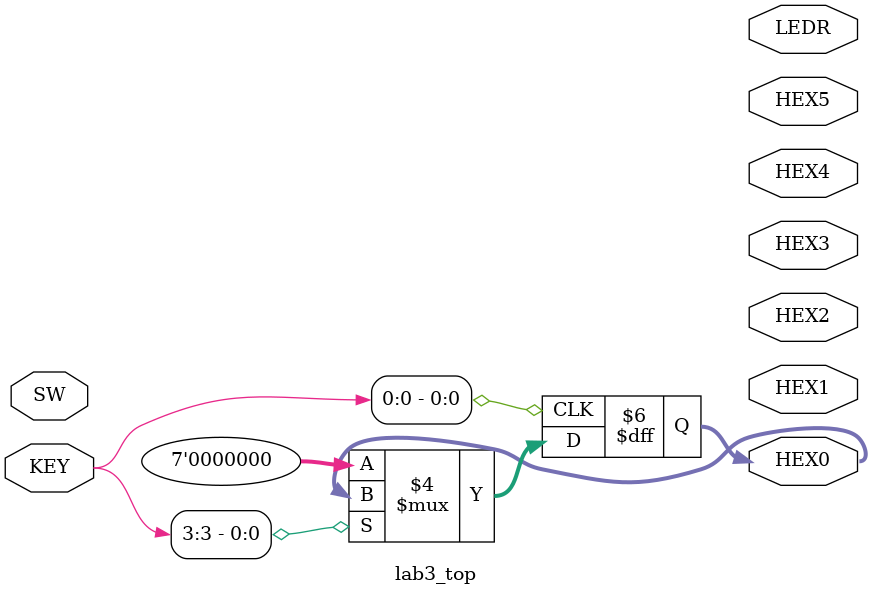
<source format=v>
module lab3_top(SW,KEY,HEX0,HEX1,HEX2,HEX3,HEX4,HEX5,LEDR);
  input [9:0] SW;
  input [3:0] KEY;
  output [6:0] HEX0, HEX1, HEX2, HEX3, HEX4, HEX5;
  output [9:0] LEDR; // optional: use these outputs for debugging on your DE1-SoC

  // put your solution code here!
  // Partner 1 ID: 77305464 - last 6: 305464
  always @(negedge KEY[0]) begin
    if (~KEY[3]) begin
      HEX0 = 0;
    end
  end
endmodule

</source>
